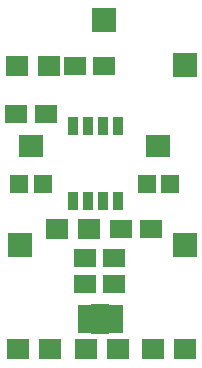
<source format=gts>
G04 #@! TF.FileFunction,Soldermask,Top*
%FSLAX46Y46*%
G04 Gerber Fmt 4.6, Leading zero omitted, Abs format (unit mm)*
G04 Created by KiCad (PCBNEW (2015-10-08 BZR 6256, Git 7d5cb75)-product) date Fri 09 Oct 2015 09:14:55 PM CEST*
%MOMM*%
G01*
G04 APERTURE LIST*
%ADD10C,0.100000*%
%ADD11R,1.900000X1.650000*%
%ADD12R,1.400000X2.400000*%
%ADD13R,1.600000X2.600000*%
%ADD14R,2.050000X2.050000*%
%ADD15R,1.900000X1.700000*%
%ADD16R,1.598880X1.598880*%
%ADD17R,2.000200X1.901140*%
%ADD18R,0.908000X1.543000*%
G04 APERTURE END LIST*
D10*
D11*
X184926174Y-29233456D03*
X182426174Y-29233456D03*
X186350000Y-43100000D03*
X188850000Y-43100000D03*
X183250000Y-47750000D03*
X185750000Y-47750000D03*
X183250000Y-45500000D03*
X185750000Y-45500000D03*
X179950000Y-33300000D03*
X177450000Y-33300000D03*
D12*
X185800000Y-50700000D03*
D13*
X184600000Y-50700000D03*
D12*
X183400000Y-50700000D03*
D14*
X184900000Y-25400000D03*
X191770000Y-29210000D03*
X177800000Y-44450000D03*
X191770000Y-44450000D03*
D15*
X180226174Y-29233456D03*
X177526174Y-29233456D03*
X183650000Y-43100000D03*
X180950000Y-43100000D03*
X177650000Y-53250000D03*
X180350000Y-53250000D03*
X183350000Y-53250000D03*
X186050000Y-53250000D03*
X189050000Y-53250000D03*
X191750000Y-53250000D03*
D16*
X177699240Y-39300860D03*
X179700760Y-39300860D03*
D17*
X178700000Y-36049660D03*
D18*
X182295000Y-34325000D03*
X183565000Y-34325000D03*
X184835000Y-34325000D03*
X186105000Y-34325000D03*
X186105000Y-40675000D03*
X184835000Y-40675000D03*
X183565000Y-40675000D03*
X182295000Y-40675000D03*
D16*
X188499240Y-39300860D03*
X190500760Y-39300860D03*
D17*
X189500000Y-36049660D03*
M02*

</source>
